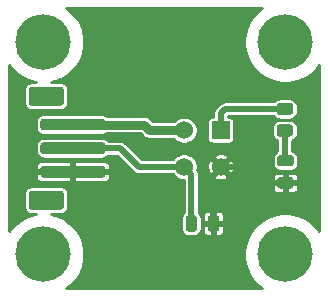
<source format=gbr>
G04 #@! TF.GenerationSoftware,KiCad,Pcbnew,5.1.9*
G04 #@! TF.CreationDate,2021-01-10T12:08:52+01:00*
G04 #@! TF.ProjectId,detectorHolder,64657465-6374-46f7-9248-6f6c6465722e,rev?*
G04 #@! TF.SameCoordinates,Original*
G04 #@! TF.FileFunction,Copper,L1,Top*
G04 #@! TF.FilePolarity,Positive*
%FSLAX46Y46*%
G04 Gerber Fmt 4.6, Leading zero omitted, Abs format (unit mm)*
G04 Created by KiCad (PCBNEW 5.1.9) date 2021-01-10 12:08:52*
%MOMM*%
%LPD*%
G01*
G04 APERTURE LIST*
G04 #@! TA.AperFunction,ComponentPad*
%ADD10C,4.700000*%
G04 #@! TD*
G04 #@! TA.AperFunction,ComponentPad*
%ADD11C,1.524000*%
G04 #@! TD*
G04 #@! TA.AperFunction,ComponentPad*
%ADD12R,1.500000X1.500000*%
G04 #@! TD*
G04 #@! TA.AperFunction,ViaPad*
%ADD13C,0.800000*%
G04 #@! TD*
G04 #@! TA.AperFunction,Conductor*
%ADD14C,0.500000*%
G04 #@! TD*
G04 #@! TA.AperFunction,Conductor*
%ADD15C,0.750000*%
G04 #@! TD*
G04 #@! TA.AperFunction,Conductor*
%ADD16C,0.254000*%
G04 #@! TD*
G04 #@! TA.AperFunction,Conductor*
%ADD17C,0.100000*%
G04 #@! TD*
G04 APERTURE END LIST*
G04 #@! TA.AperFunction,SMDPad,CuDef*
G36*
G01*
X125418002Y-100543000D02*
X124517998Y-100543000D01*
G75*
G02*
X124268000Y-100293002I0J249998D01*
G01*
X124268000Y-99767998D01*
G75*
G02*
X124517998Y-99518000I249998J0D01*
G01*
X125418002Y-99518000D01*
G75*
G02*
X125668000Y-99767998I0J-249998D01*
G01*
X125668000Y-100293002D01*
G75*
G02*
X125418002Y-100543000I-249998J0D01*
G01*
G37*
G04 #@! TD.AperFunction*
G04 #@! TA.AperFunction,SMDPad,CuDef*
G36*
G01*
X125418002Y-102368000D02*
X124517998Y-102368000D01*
G75*
G02*
X124268000Y-102118002I0J249998D01*
G01*
X124268000Y-101592998D01*
G75*
G02*
X124517998Y-101343000I249998J0D01*
G01*
X125418002Y-101343000D01*
G75*
G02*
X125668000Y-101592998I0J-249998D01*
G01*
X125668000Y-102118002D01*
G75*
G02*
X125418002Y-102368000I-249998J0D01*
G01*
G37*
G04 #@! TD.AperFunction*
G04 #@! TA.AperFunction,SMDPad,CuDef*
G36*
G01*
X125469250Y-104903000D02*
X124556750Y-104903000D01*
G75*
G02*
X124313000Y-104659250I0J243750D01*
G01*
X124313000Y-104171750D01*
G75*
G02*
X124556750Y-103928000I243750J0D01*
G01*
X125469250Y-103928000D01*
G75*
G02*
X125713000Y-104171750I0J-243750D01*
G01*
X125713000Y-104659250D01*
G75*
G02*
X125469250Y-104903000I-243750J0D01*
G01*
G37*
G04 #@! TD.AperFunction*
G04 #@! TA.AperFunction,SMDPad,CuDef*
G36*
G01*
X125469250Y-106778000D02*
X124556750Y-106778000D01*
G75*
G02*
X124313000Y-106534250I0J243750D01*
G01*
X124313000Y-106046750D01*
G75*
G02*
X124556750Y-105803000I243750J0D01*
G01*
X125469250Y-105803000D01*
G75*
G02*
X125713000Y-106046750I0J-243750D01*
G01*
X125713000Y-106534250D01*
G75*
G02*
X125469250Y-106778000I-243750J0D01*
G01*
G37*
G04 #@! TD.AperFunction*
G04 #@! TA.AperFunction,SMDPad,CuDef*
G36*
G01*
X106013000Y-99753000D02*
X103513000Y-99753000D01*
G75*
G02*
X103263000Y-99503000I0J250000D01*
G01*
X103263000Y-98403000D01*
G75*
G02*
X103513000Y-98153000I250000J0D01*
G01*
X106013000Y-98153000D01*
G75*
G02*
X106263000Y-98403000I0J-250000D01*
G01*
X106263000Y-99503000D01*
G75*
G02*
X106013000Y-99753000I-250000J0D01*
G01*
G37*
G04 #@! TD.AperFunction*
G04 #@! TA.AperFunction,SMDPad,CuDef*
G36*
G01*
X106013000Y-108553000D02*
X103513000Y-108553000D01*
G75*
G02*
X103263000Y-108303000I0J250000D01*
G01*
X103263000Y-107203000D01*
G75*
G02*
X103513000Y-106953000I250000J0D01*
G01*
X106013000Y-106953000D01*
G75*
G02*
X106263000Y-107203000I0J-250000D01*
G01*
X106263000Y-108303000D01*
G75*
G02*
X106013000Y-108553000I-250000J0D01*
G01*
G37*
G04 #@! TD.AperFunction*
G04 #@! TA.AperFunction,SMDPad,CuDef*
G36*
G01*
X109513000Y-101853000D02*
X104513000Y-101853000D01*
G75*
G02*
X104263000Y-101603000I0J250000D01*
G01*
X104263000Y-101103000D01*
G75*
G02*
X104513000Y-100853000I250000J0D01*
G01*
X109513000Y-100853000D01*
G75*
G02*
X109763000Y-101103000I0J-250000D01*
G01*
X109763000Y-101603000D01*
G75*
G02*
X109513000Y-101853000I-250000J0D01*
G01*
G37*
G04 #@! TD.AperFunction*
G04 #@! TA.AperFunction,SMDPad,CuDef*
G36*
G01*
X109513000Y-103853000D02*
X104513000Y-103853000D01*
G75*
G02*
X104263000Y-103603000I0J250000D01*
G01*
X104263000Y-103103000D01*
G75*
G02*
X104513000Y-102853000I250000J0D01*
G01*
X109513000Y-102853000D01*
G75*
G02*
X109763000Y-103103000I0J-250000D01*
G01*
X109763000Y-103603000D01*
G75*
G02*
X109513000Y-103853000I-250000J0D01*
G01*
G37*
G04 #@! TD.AperFunction*
G04 #@! TA.AperFunction,SMDPad,CuDef*
G36*
G01*
X109513000Y-105853000D02*
X104513000Y-105853000D01*
G75*
G02*
X104263000Y-105603000I0J250000D01*
G01*
X104263000Y-105103000D01*
G75*
G02*
X104513000Y-104853000I250000J0D01*
G01*
X109513000Y-104853000D01*
G75*
G02*
X109763000Y-105103000I0J-250000D01*
G01*
X109763000Y-105603000D01*
G75*
G02*
X109513000Y-105853000I-250000J0D01*
G01*
G37*
G04 #@! TD.AperFunction*
D10*
X125013000Y-112353000D03*
X125013000Y-94353000D03*
X104513000Y-112353000D03*
X104513000Y-94353000D03*
G04 #@! TA.AperFunction,SMDPad,CuDef*
G36*
G01*
X117533000Y-109271750D02*
X117533000Y-110184250D01*
G75*
G02*
X117289250Y-110428000I-243750J0D01*
G01*
X116801750Y-110428000D01*
G75*
G02*
X116558000Y-110184250I0J243750D01*
G01*
X116558000Y-109271750D01*
G75*
G02*
X116801750Y-109028000I243750J0D01*
G01*
X117289250Y-109028000D01*
G75*
G02*
X117533000Y-109271750I0J-243750D01*
G01*
G37*
G04 #@! TD.AperFunction*
G04 #@! TA.AperFunction,SMDPad,CuDef*
G36*
G01*
X119408000Y-109271750D02*
X119408000Y-110184250D01*
G75*
G02*
X119164250Y-110428000I-243750J0D01*
G01*
X118676750Y-110428000D01*
G75*
G02*
X118433000Y-110184250I0J243750D01*
G01*
X118433000Y-109271750D01*
G75*
G02*
X118676750Y-109028000I243750J0D01*
G01*
X119164250Y-109028000D01*
G75*
G02*
X119408000Y-109271750I0J-243750D01*
G01*
G37*
G04 #@! TD.AperFunction*
D11*
X116433000Y-104928000D03*
X116433000Y-101828000D03*
X119533000Y-104928000D03*
D12*
X119533000Y-101828000D03*
D13*
X118999000Y-107315000D03*
D14*
X118999000Y-107315000D02*
X118999000Y-108585000D01*
X118920500Y-108663500D02*
X118920500Y-109728000D01*
X118999000Y-108585000D02*
X118920500Y-108663500D01*
X119533000Y-104928000D02*
X121438000Y-104928000D01*
X117045500Y-105540500D02*
X116433000Y-104928000D01*
X117045500Y-109728000D02*
X117045500Y-105540500D01*
X112588000Y-104928000D02*
X116433000Y-104928000D01*
X111013000Y-103353000D02*
X112588000Y-104928000D01*
X107013000Y-103353000D02*
X111013000Y-103353000D01*
D15*
X107013000Y-101353000D02*
X113013000Y-101353000D01*
X113013000Y-101353000D02*
X113488000Y-101828000D01*
X113488000Y-101828000D02*
X116433000Y-101828000D01*
D14*
X119533000Y-101828000D02*
X119533000Y-100373000D01*
X119875500Y-100030500D02*
X124968000Y-100030500D01*
X119533000Y-100373000D02*
X119875500Y-100030500D01*
X124968000Y-104370500D02*
X125013000Y-104415500D01*
X124968000Y-101855500D02*
X124968000Y-104370500D01*
D16*
X122796542Y-91652238D02*
X122312238Y-92136542D01*
X121931722Y-92706023D01*
X121669619Y-93338796D01*
X121536000Y-94010545D01*
X121536000Y-94695455D01*
X121669619Y-95367204D01*
X121931722Y-95999977D01*
X122312238Y-96569458D01*
X122796542Y-97053762D01*
X123366023Y-97434278D01*
X123998796Y-97696381D01*
X124670545Y-97830000D01*
X125355455Y-97830000D01*
X126027204Y-97696381D01*
X126659977Y-97434278D01*
X127229458Y-97053762D01*
X127713762Y-96569458D01*
X127886000Y-96311686D01*
X127886000Y-110394314D01*
X127713762Y-110136542D01*
X127229458Y-109652238D01*
X126659977Y-109271722D01*
X126027204Y-109009619D01*
X125355455Y-108876000D01*
X124670545Y-108876000D01*
X123998796Y-109009619D01*
X123366023Y-109271722D01*
X122796542Y-109652238D01*
X122312238Y-110136542D01*
X121931722Y-110706023D01*
X121669619Y-111338796D01*
X121536000Y-112010545D01*
X121536000Y-112695455D01*
X121669619Y-113367204D01*
X121931722Y-113999977D01*
X122312238Y-114569458D01*
X122796542Y-115053762D01*
X123054314Y-115226000D01*
X106471686Y-115226000D01*
X106729458Y-115053762D01*
X107213762Y-114569458D01*
X107594278Y-113999977D01*
X107856381Y-113367204D01*
X107990000Y-112695455D01*
X107990000Y-112010545D01*
X107856381Y-111338796D01*
X107594278Y-110706023D01*
X107213762Y-110136542D01*
X106729458Y-109652238D01*
X106159977Y-109271722D01*
X105527204Y-109009619D01*
X105156306Y-108935843D01*
X106013000Y-108935843D01*
X106136462Y-108923683D01*
X106255179Y-108887671D01*
X106364589Y-108829190D01*
X106460488Y-108750488D01*
X106539190Y-108654589D01*
X106597671Y-108545179D01*
X106633683Y-108426462D01*
X106645843Y-108303000D01*
X106645843Y-107203000D01*
X106633683Y-107079538D01*
X106597671Y-106960821D01*
X106539190Y-106851411D01*
X106460488Y-106755512D01*
X106364589Y-106676810D01*
X106255179Y-106618329D01*
X106136462Y-106582317D01*
X106013000Y-106570157D01*
X103513000Y-106570157D01*
X103389538Y-106582317D01*
X103270821Y-106618329D01*
X103161411Y-106676810D01*
X103065512Y-106755512D01*
X102986810Y-106851411D01*
X102928329Y-106960821D01*
X102892317Y-107079538D01*
X102880157Y-107203000D01*
X102880157Y-108303000D01*
X102892317Y-108426462D01*
X102928329Y-108545179D01*
X102986810Y-108654589D01*
X103065512Y-108750488D01*
X103161411Y-108829190D01*
X103270821Y-108887671D01*
X103389538Y-108923683D01*
X103513000Y-108935843D01*
X103869694Y-108935843D01*
X103498796Y-109009619D01*
X102866023Y-109271722D01*
X102296542Y-109652238D01*
X101812238Y-110136542D01*
X101640000Y-110394314D01*
X101640000Y-105853000D01*
X103880157Y-105853000D01*
X103887513Y-105927689D01*
X103909299Y-105999508D01*
X103944678Y-106065696D01*
X103992289Y-106123711D01*
X104050304Y-106171322D01*
X104116492Y-106206701D01*
X104188311Y-106228487D01*
X104263000Y-106235843D01*
X106790750Y-106234000D01*
X106886000Y-106138750D01*
X106886000Y-105480000D01*
X107140000Y-105480000D01*
X107140000Y-106138750D01*
X107235250Y-106234000D01*
X109763000Y-106235843D01*
X109837689Y-106228487D01*
X109909508Y-106206701D01*
X109975696Y-106171322D01*
X110033711Y-106123711D01*
X110081322Y-106065696D01*
X110116701Y-105999508D01*
X110138487Y-105927689D01*
X110145843Y-105853000D01*
X110144000Y-105575250D01*
X110048750Y-105480000D01*
X107140000Y-105480000D01*
X106886000Y-105480000D01*
X103977250Y-105480000D01*
X103882000Y-105575250D01*
X103880157Y-105853000D01*
X101640000Y-105853000D01*
X101640000Y-104853000D01*
X103880157Y-104853000D01*
X103882000Y-105130750D01*
X103977250Y-105226000D01*
X106886000Y-105226000D01*
X106886000Y-104567250D01*
X107140000Y-104567250D01*
X107140000Y-105226000D01*
X110048750Y-105226000D01*
X110144000Y-105130750D01*
X110145843Y-104853000D01*
X110138487Y-104778311D01*
X110116701Y-104706492D01*
X110081322Y-104640304D01*
X110033711Y-104582289D01*
X109975696Y-104534678D01*
X109909508Y-104499299D01*
X109837689Y-104477513D01*
X109763000Y-104470157D01*
X107235250Y-104472000D01*
X107140000Y-104567250D01*
X106886000Y-104567250D01*
X106790750Y-104472000D01*
X104263000Y-104470157D01*
X104188311Y-104477513D01*
X104116492Y-104499299D01*
X104050304Y-104534678D01*
X103992289Y-104582289D01*
X103944678Y-104640304D01*
X103909299Y-104706492D01*
X103887513Y-104778311D01*
X103880157Y-104853000D01*
X101640000Y-104853000D01*
X101640000Y-103103000D01*
X103880157Y-103103000D01*
X103880157Y-103603000D01*
X103892317Y-103726462D01*
X103928329Y-103845179D01*
X103986810Y-103954589D01*
X104065512Y-104050488D01*
X104161411Y-104129190D01*
X104270821Y-104187671D01*
X104389538Y-104223683D01*
X104513000Y-104235843D01*
X109513000Y-104235843D01*
X109636462Y-104223683D01*
X109755179Y-104187671D01*
X109864589Y-104129190D01*
X109960488Y-104050488D01*
X110015053Y-103984000D01*
X110751632Y-103984000D01*
X112119899Y-105352268D01*
X112139657Y-105376343D01*
X112235739Y-105455196D01*
X112345358Y-105513789D01*
X112464302Y-105549870D01*
X112557002Y-105559000D01*
X112557011Y-105559000D01*
X112587999Y-105562052D01*
X112618987Y-105559000D01*
X115479947Y-105559000D01*
X115545174Y-105656620D01*
X115704380Y-105815826D01*
X115891587Y-105940913D01*
X116099599Y-106027075D01*
X116320424Y-106071000D01*
X116414501Y-106071000D01*
X116414500Y-108782873D01*
X116358682Y-108828682D01*
X116280757Y-108923634D01*
X116222854Y-109031963D01*
X116187197Y-109149508D01*
X116175157Y-109271750D01*
X116175157Y-110184250D01*
X116187197Y-110306492D01*
X116222854Y-110424037D01*
X116280757Y-110532366D01*
X116358682Y-110627318D01*
X116453634Y-110705243D01*
X116561963Y-110763146D01*
X116679508Y-110798803D01*
X116801750Y-110810843D01*
X117289250Y-110810843D01*
X117411492Y-110798803D01*
X117529037Y-110763146D01*
X117637366Y-110705243D01*
X117732318Y-110627318D01*
X117810243Y-110532366D01*
X117866027Y-110428000D01*
X118050157Y-110428000D01*
X118057513Y-110502689D01*
X118079299Y-110574508D01*
X118114678Y-110640696D01*
X118162289Y-110698711D01*
X118220304Y-110746322D01*
X118286492Y-110781701D01*
X118358311Y-110803487D01*
X118433000Y-110810843D01*
X118698250Y-110809000D01*
X118793500Y-110713750D01*
X118793500Y-109855000D01*
X119047500Y-109855000D01*
X119047500Y-110713750D01*
X119142750Y-110809000D01*
X119408000Y-110810843D01*
X119482689Y-110803487D01*
X119554508Y-110781701D01*
X119620696Y-110746322D01*
X119678711Y-110698711D01*
X119726322Y-110640696D01*
X119761701Y-110574508D01*
X119783487Y-110502689D01*
X119790843Y-110428000D01*
X119789000Y-109950250D01*
X119693750Y-109855000D01*
X119047500Y-109855000D01*
X118793500Y-109855000D01*
X118147250Y-109855000D01*
X118052000Y-109950250D01*
X118050157Y-110428000D01*
X117866027Y-110428000D01*
X117868146Y-110424037D01*
X117903803Y-110306492D01*
X117915843Y-110184250D01*
X117915843Y-109271750D01*
X117903803Y-109149508D01*
X117868146Y-109031963D01*
X117866028Y-109028000D01*
X118050157Y-109028000D01*
X118052000Y-109505750D01*
X118147250Y-109601000D01*
X118793500Y-109601000D01*
X118793500Y-108742250D01*
X119047500Y-108742250D01*
X119047500Y-109601000D01*
X119693750Y-109601000D01*
X119789000Y-109505750D01*
X119790843Y-109028000D01*
X119783487Y-108953311D01*
X119761701Y-108881492D01*
X119726322Y-108815304D01*
X119678711Y-108757289D01*
X119620696Y-108709678D01*
X119554508Y-108674299D01*
X119482689Y-108652513D01*
X119408000Y-108645157D01*
X119142750Y-108647000D01*
X119047500Y-108742250D01*
X118793500Y-108742250D01*
X118698250Y-108647000D01*
X118433000Y-108645157D01*
X118358311Y-108652513D01*
X118286492Y-108674299D01*
X118220304Y-108709678D01*
X118162289Y-108757289D01*
X118114678Y-108815304D01*
X118079299Y-108881492D01*
X118057513Y-108953311D01*
X118050157Y-109028000D01*
X117866028Y-109028000D01*
X117810243Y-108923634D01*
X117732318Y-108828682D01*
X117676500Y-108782873D01*
X117676500Y-106778000D01*
X123930157Y-106778000D01*
X123937513Y-106852689D01*
X123959299Y-106924508D01*
X123994678Y-106990696D01*
X124042289Y-107048711D01*
X124100304Y-107096322D01*
X124166492Y-107131701D01*
X124238311Y-107153487D01*
X124313000Y-107160843D01*
X124790750Y-107159000D01*
X124886000Y-107063750D01*
X124886000Y-106417500D01*
X125140000Y-106417500D01*
X125140000Y-107063750D01*
X125235250Y-107159000D01*
X125713000Y-107160843D01*
X125787689Y-107153487D01*
X125859508Y-107131701D01*
X125925696Y-107096322D01*
X125983711Y-107048711D01*
X126031322Y-106990696D01*
X126066701Y-106924508D01*
X126088487Y-106852689D01*
X126095843Y-106778000D01*
X126094000Y-106512750D01*
X125998750Y-106417500D01*
X125140000Y-106417500D01*
X124886000Y-106417500D01*
X124027250Y-106417500D01*
X123932000Y-106512750D01*
X123930157Y-106778000D01*
X117676500Y-106778000D01*
X117676500Y-105757150D01*
X118883455Y-105757150D01*
X118964796Y-105926131D01*
X119170439Y-106017803D01*
X119390016Y-106067595D01*
X119615087Y-106073593D01*
X119837004Y-106035566D01*
X120047238Y-105954976D01*
X120101204Y-105926131D01*
X120160474Y-105803000D01*
X123930157Y-105803000D01*
X123932000Y-106068250D01*
X124027250Y-106163500D01*
X124886000Y-106163500D01*
X124886000Y-105517250D01*
X125140000Y-105517250D01*
X125140000Y-106163500D01*
X125998750Y-106163500D01*
X126094000Y-106068250D01*
X126095843Y-105803000D01*
X126088487Y-105728311D01*
X126066701Y-105656492D01*
X126031322Y-105590304D01*
X125983711Y-105532289D01*
X125925696Y-105484678D01*
X125859508Y-105449299D01*
X125787689Y-105427513D01*
X125713000Y-105420157D01*
X125235250Y-105422000D01*
X125140000Y-105517250D01*
X124886000Y-105517250D01*
X124790750Y-105422000D01*
X124313000Y-105420157D01*
X124238311Y-105427513D01*
X124166492Y-105449299D01*
X124100304Y-105484678D01*
X124042289Y-105532289D01*
X123994678Y-105590304D01*
X123959299Y-105656492D01*
X123937513Y-105728311D01*
X123930157Y-105803000D01*
X120160474Y-105803000D01*
X120182545Y-105757150D01*
X119533000Y-105107605D01*
X118883455Y-105757150D01*
X117676500Y-105757150D01*
X117676500Y-105571490D01*
X117679552Y-105540500D01*
X117676500Y-105509509D01*
X117676500Y-105509502D01*
X117667370Y-105416802D01*
X117631289Y-105297858D01*
X117572696Y-105188239D01*
X117566134Y-105180243D01*
X117551714Y-105162672D01*
X117576000Y-105040576D01*
X117576000Y-105010087D01*
X118387407Y-105010087D01*
X118425434Y-105232004D01*
X118506024Y-105442238D01*
X118534869Y-105496204D01*
X118703850Y-105577545D01*
X119353395Y-104928000D01*
X119712605Y-104928000D01*
X120362150Y-105577545D01*
X120531131Y-105496204D01*
X120622803Y-105290561D01*
X120672595Y-105070984D01*
X120678593Y-104845913D01*
X120640566Y-104623996D01*
X120559976Y-104413762D01*
X120531131Y-104359796D01*
X120362150Y-104278455D01*
X119712605Y-104928000D01*
X119353395Y-104928000D01*
X118703850Y-104278455D01*
X118534869Y-104359796D01*
X118443197Y-104565439D01*
X118393405Y-104785016D01*
X118387407Y-105010087D01*
X117576000Y-105010087D01*
X117576000Y-104815424D01*
X117532075Y-104594599D01*
X117445913Y-104386587D01*
X117320826Y-104199380D01*
X117220296Y-104098850D01*
X118883455Y-104098850D01*
X119533000Y-104748395D01*
X120182545Y-104098850D01*
X120101204Y-103929869D01*
X119895561Y-103838197D01*
X119675984Y-103788405D01*
X119450913Y-103782407D01*
X119228996Y-103820434D01*
X119018762Y-103901024D01*
X118964796Y-103929869D01*
X118883455Y-104098850D01*
X117220296Y-104098850D01*
X117161620Y-104040174D01*
X116974413Y-103915087D01*
X116766401Y-103828925D01*
X116545576Y-103785000D01*
X116320424Y-103785000D01*
X116099599Y-103828925D01*
X115891587Y-103915087D01*
X115704380Y-104040174D01*
X115545174Y-104199380D01*
X115479947Y-104297000D01*
X112849369Y-104297000D01*
X111481105Y-102928737D01*
X111461343Y-102904657D01*
X111365261Y-102825804D01*
X111255642Y-102767211D01*
X111136698Y-102731130D01*
X111043998Y-102722000D01*
X111043990Y-102722000D01*
X111013000Y-102718948D01*
X110982010Y-102722000D01*
X110015053Y-102722000D01*
X109960488Y-102655512D01*
X109864589Y-102576810D01*
X109755179Y-102518329D01*
X109636462Y-102482317D01*
X109513000Y-102470157D01*
X104513000Y-102470157D01*
X104389538Y-102482317D01*
X104270821Y-102518329D01*
X104161411Y-102576810D01*
X104065512Y-102655512D01*
X103986810Y-102751411D01*
X103928329Y-102860821D01*
X103892317Y-102979538D01*
X103880157Y-103103000D01*
X101640000Y-103103000D01*
X101640000Y-101103000D01*
X103880157Y-101103000D01*
X103880157Y-101603000D01*
X103892317Y-101726462D01*
X103928329Y-101845179D01*
X103986810Y-101954589D01*
X104065512Y-102050488D01*
X104161411Y-102129190D01*
X104270821Y-102187671D01*
X104389538Y-102223683D01*
X104513000Y-102235843D01*
X109513000Y-102235843D01*
X109636462Y-102223683D01*
X109755179Y-102187671D01*
X109864589Y-102129190D01*
X109889191Y-102109000D01*
X112699856Y-102109000D01*
X112927162Y-102336306D01*
X112950841Y-102365159D01*
X113065957Y-102459632D01*
X113197292Y-102529832D01*
X113285602Y-102556620D01*
X113339797Y-102573060D01*
X113487999Y-102587657D01*
X113525128Y-102584000D01*
X115572554Y-102584000D01*
X115704380Y-102715826D01*
X115891587Y-102840913D01*
X116099599Y-102927075D01*
X116320424Y-102971000D01*
X116545576Y-102971000D01*
X116766401Y-102927075D01*
X116974413Y-102840913D01*
X117161620Y-102715826D01*
X117320826Y-102556620D01*
X117445913Y-102369413D01*
X117532075Y-102161401D01*
X117576000Y-101940576D01*
X117576000Y-101715424D01*
X117532075Y-101494599D01*
X117445913Y-101286587D01*
X117320826Y-101099380D01*
X117299446Y-101078000D01*
X118400157Y-101078000D01*
X118400157Y-102578000D01*
X118407513Y-102652689D01*
X118429299Y-102724508D01*
X118464678Y-102790696D01*
X118512289Y-102848711D01*
X118570304Y-102896322D01*
X118636492Y-102931701D01*
X118708311Y-102953487D01*
X118783000Y-102960843D01*
X120283000Y-102960843D01*
X120357689Y-102953487D01*
X120429508Y-102931701D01*
X120495696Y-102896322D01*
X120553711Y-102848711D01*
X120601322Y-102790696D01*
X120636701Y-102724508D01*
X120658487Y-102652689D01*
X120665843Y-102578000D01*
X120665843Y-101592998D01*
X123885157Y-101592998D01*
X123885157Y-102118002D01*
X123897317Y-102241463D01*
X123933329Y-102360180D01*
X123991810Y-102469590D01*
X124070512Y-102565488D01*
X124166410Y-102644190D01*
X124275820Y-102702671D01*
X124337000Y-102721230D01*
X124337001Y-103586776D01*
X124316963Y-103592854D01*
X124208634Y-103650757D01*
X124113682Y-103728682D01*
X124035757Y-103823634D01*
X123977854Y-103931963D01*
X123942197Y-104049508D01*
X123930157Y-104171750D01*
X123930157Y-104659250D01*
X123942197Y-104781492D01*
X123977854Y-104899037D01*
X124035757Y-105007366D01*
X124113682Y-105102318D01*
X124208634Y-105180243D01*
X124316963Y-105238146D01*
X124434508Y-105273803D01*
X124556750Y-105285843D01*
X125469250Y-105285843D01*
X125591492Y-105273803D01*
X125709037Y-105238146D01*
X125817366Y-105180243D01*
X125912318Y-105102318D01*
X125990243Y-105007366D01*
X126048146Y-104899037D01*
X126083803Y-104781492D01*
X126095843Y-104659250D01*
X126095843Y-104171750D01*
X126083803Y-104049508D01*
X126048146Y-103931963D01*
X125990243Y-103823634D01*
X125912318Y-103728682D01*
X125817366Y-103650757D01*
X125709037Y-103592854D01*
X125599000Y-103559475D01*
X125599000Y-102721230D01*
X125660180Y-102702671D01*
X125769590Y-102644190D01*
X125865488Y-102565488D01*
X125944190Y-102469590D01*
X126002671Y-102360180D01*
X126038683Y-102241463D01*
X126050843Y-102118002D01*
X126050843Y-101592998D01*
X126038683Y-101469537D01*
X126002671Y-101350820D01*
X125944190Y-101241410D01*
X125865488Y-101145512D01*
X125769590Y-101066810D01*
X125660180Y-101008329D01*
X125541463Y-100972317D01*
X125418002Y-100960157D01*
X124517998Y-100960157D01*
X124394537Y-100972317D01*
X124275820Y-101008329D01*
X124166410Y-101066810D01*
X124070512Y-101145512D01*
X123991810Y-101241410D01*
X123933329Y-101350820D01*
X123897317Y-101469537D01*
X123885157Y-101592998D01*
X120665843Y-101592998D01*
X120665843Y-101078000D01*
X120658487Y-101003311D01*
X120636701Y-100931492D01*
X120601322Y-100865304D01*
X120553711Y-100807289D01*
X120495696Y-100759678D01*
X120429508Y-100724299D01*
X120357689Y-100702513D01*
X120283000Y-100695157D01*
X120164000Y-100695157D01*
X120164000Y-100661500D01*
X124005688Y-100661500D01*
X124070512Y-100740488D01*
X124166410Y-100819190D01*
X124275820Y-100877671D01*
X124394537Y-100913683D01*
X124517998Y-100925843D01*
X125418002Y-100925843D01*
X125541463Y-100913683D01*
X125660180Y-100877671D01*
X125769590Y-100819190D01*
X125865488Y-100740488D01*
X125944190Y-100644590D01*
X126002671Y-100535180D01*
X126038683Y-100416463D01*
X126050843Y-100293002D01*
X126050843Y-99767998D01*
X126038683Y-99644537D01*
X126002671Y-99525820D01*
X125944190Y-99416410D01*
X125865488Y-99320512D01*
X125769590Y-99241810D01*
X125660180Y-99183329D01*
X125541463Y-99147317D01*
X125418002Y-99135157D01*
X124517998Y-99135157D01*
X124394537Y-99147317D01*
X124275820Y-99183329D01*
X124166410Y-99241810D01*
X124070512Y-99320512D01*
X124005688Y-99399500D01*
X119906487Y-99399500D01*
X119875499Y-99396448D01*
X119844511Y-99399500D01*
X119844502Y-99399500D01*
X119751802Y-99408630D01*
X119632858Y-99444711D01*
X119523239Y-99503304D01*
X119427157Y-99582157D01*
X119407395Y-99606237D01*
X119108733Y-99904899D01*
X119084658Y-99924657D01*
X119064900Y-99948732D01*
X119064897Y-99948735D01*
X119005804Y-100020740D01*
X118947211Y-100130359D01*
X118911130Y-100249303D01*
X118898948Y-100373000D01*
X118902001Y-100404000D01*
X118902001Y-100695157D01*
X118783000Y-100695157D01*
X118708311Y-100702513D01*
X118636492Y-100724299D01*
X118570304Y-100759678D01*
X118512289Y-100807289D01*
X118464678Y-100865304D01*
X118429299Y-100931492D01*
X118407513Y-101003311D01*
X118400157Y-101078000D01*
X117299446Y-101078000D01*
X117161620Y-100940174D01*
X116974413Y-100815087D01*
X116766401Y-100728925D01*
X116545576Y-100685000D01*
X116320424Y-100685000D01*
X116099599Y-100728925D01*
X115891587Y-100815087D01*
X115704380Y-100940174D01*
X115572554Y-101072000D01*
X113801144Y-101072000D01*
X113573838Y-100844694D01*
X113550159Y-100815841D01*
X113435043Y-100721368D01*
X113303708Y-100651168D01*
X113161202Y-100607940D01*
X113050129Y-100597000D01*
X113013000Y-100593343D01*
X112975871Y-100597000D01*
X109889191Y-100597000D01*
X109864589Y-100576810D01*
X109755179Y-100518329D01*
X109636462Y-100482317D01*
X109513000Y-100470157D01*
X104513000Y-100470157D01*
X104389538Y-100482317D01*
X104270821Y-100518329D01*
X104161411Y-100576810D01*
X104065512Y-100655512D01*
X103986810Y-100751411D01*
X103928329Y-100860821D01*
X103892317Y-100979538D01*
X103880157Y-101103000D01*
X101640000Y-101103000D01*
X101640000Y-96311686D01*
X101812238Y-96569458D01*
X102296542Y-97053762D01*
X102866023Y-97434278D01*
X103498796Y-97696381D01*
X103869694Y-97770157D01*
X103513000Y-97770157D01*
X103389538Y-97782317D01*
X103270821Y-97818329D01*
X103161411Y-97876810D01*
X103065512Y-97955512D01*
X102986810Y-98051411D01*
X102928329Y-98160821D01*
X102892317Y-98279538D01*
X102880157Y-98403000D01*
X102880157Y-99503000D01*
X102892317Y-99626462D01*
X102928329Y-99745179D01*
X102986810Y-99854589D01*
X103065512Y-99950488D01*
X103161411Y-100029190D01*
X103270821Y-100087671D01*
X103389538Y-100123683D01*
X103513000Y-100135843D01*
X106013000Y-100135843D01*
X106136462Y-100123683D01*
X106255179Y-100087671D01*
X106364589Y-100029190D01*
X106460488Y-99950488D01*
X106539190Y-99854589D01*
X106597671Y-99745179D01*
X106633683Y-99626462D01*
X106645843Y-99503000D01*
X106645843Y-98403000D01*
X106633683Y-98279538D01*
X106597671Y-98160821D01*
X106539190Y-98051411D01*
X106460488Y-97955512D01*
X106364589Y-97876810D01*
X106255179Y-97818329D01*
X106136462Y-97782317D01*
X106013000Y-97770157D01*
X105156306Y-97770157D01*
X105527204Y-97696381D01*
X106159977Y-97434278D01*
X106729458Y-97053762D01*
X107213762Y-96569458D01*
X107594278Y-95999977D01*
X107856381Y-95367204D01*
X107990000Y-94695455D01*
X107990000Y-94010545D01*
X107856381Y-93338796D01*
X107594278Y-92706023D01*
X107213762Y-92136542D01*
X106729458Y-91652238D01*
X106471686Y-91480000D01*
X123054314Y-91480000D01*
X122796542Y-91652238D01*
G04 #@! TA.AperFunction,Conductor*
D17*
G36*
X122796542Y-91652238D02*
G01*
X122312238Y-92136542D01*
X121931722Y-92706023D01*
X121669619Y-93338796D01*
X121536000Y-94010545D01*
X121536000Y-94695455D01*
X121669619Y-95367204D01*
X121931722Y-95999977D01*
X122312238Y-96569458D01*
X122796542Y-97053762D01*
X123366023Y-97434278D01*
X123998796Y-97696381D01*
X124670545Y-97830000D01*
X125355455Y-97830000D01*
X126027204Y-97696381D01*
X126659977Y-97434278D01*
X127229458Y-97053762D01*
X127713762Y-96569458D01*
X127886000Y-96311686D01*
X127886000Y-110394314D01*
X127713762Y-110136542D01*
X127229458Y-109652238D01*
X126659977Y-109271722D01*
X126027204Y-109009619D01*
X125355455Y-108876000D01*
X124670545Y-108876000D01*
X123998796Y-109009619D01*
X123366023Y-109271722D01*
X122796542Y-109652238D01*
X122312238Y-110136542D01*
X121931722Y-110706023D01*
X121669619Y-111338796D01*
X121536000Y-112010545D01*
X121536000Y-112695455D01*
X121669619Y-113367204D01*
X121931722Y-113999977D01*
X122312238Y-114569458D01*
X122796542Y-115053762D01*
X123054314Y-115226000D01*
X106471686Y-115226000D01*
X106729458Y-115053762D01*
X107213762Y-114569458D01*
X107594278Y-113999977D01*
X107856381Y-113367204D01*
X107990000Y-112695455D01*
X107990000Y-112010545D01*
X107856381Y-111338796D01*
X107594278Y-110706023D01*
X107213762Y-110136542D01*
X106729458Y-109652238D01*
X106159977Y-109271722D01*
X105527204Y-109009619D01*
X105156306Y-108935843D01*
X106013000Y-108935843D01*
X106136462Y-108923683D01*
X106255179Y-108887671D01*
X106364589Y-108829190D01*
X106460488Y-108750488D01*
X106539190Y-108654589D01*
X106597671Y-108545179D01*
X106633683Y-108426462D01*
X106645843Y-108303000D01*
X106645843Y-107203000D01*
X106633683Y-107079538D01*
X106597671Y-106960821D01*
X106539190Y-106851411D01*
X106460488Y-106755512D01*
X106364589Y-106676810D01*
X106255179Y-106618329D01*
X106136462Y-106582317D01*
X106013000Y-106570157D01*
X103513000Y-106570157D01*
X103389538Y-106582317D01*
X103270821Y-106618329D01*
X103161411Y-106676810D01*
X103065512Y-106755512D01*
X102986810Y-106851411D01*
X102928329Y-106960821D01*
X102892317Y-107079538D01*
X102880157Y-107203000D01*
X102880157Y-108303000D01*
X102892317Y-108426462D01*
X102928329Y-108545179D01*
X102986810Y-108654589D01*
X103065512Y-108750488D01*
X103161411Y-108829190D01*
X103270821Y-108887671D01*
X103389538Y-108923683D01*
X103513000Y-108935843D01*
X103869694Y-108935843D01*
X103498796Y-109009619D01*
X102866023Y-109271722D01*
X102296542Y-109652238D01*
X101812238Y-110136542D01*
X101640000Y-110394314D01*
X101640000Y-105853000D01*
X103880157Y-105853000D01*
X103887513Y-105927689D01*
X103909299Y-105999508D01*
X103944678Y-106065696D01*
X103992289Y-106123711D01*
X104050304Y-106171322D01*
X104116492Y-106206701D01*
X104188311Y-106228487D01*
X104263000Y-106235843D01*
X106790750Y-106234000D01*
X106886000Y-106138750D01*
X106886000Y-105480000D01*
X107140000Y-105480000D01*
X107140000Y-106138750D01*
X107235250Y-106234000D01*
X109763000Y-106235843D01*
X109837689Y-106228487D01*
X109909508Y-106206701D01*
X109975696Y-106171322D01*
X110033711Y-106123711D01*
X110081322Y-106065696D01*
X110116701Y-105999508D01*
X110138487Y-105927689D01*
X110145843Y-105853000D01*
X110144000Y-105575250D01*
X110048750Y-105480000D01*
X107140000Y-105480000D01*
X106886000Y-105480000D01*
X103977250Y-105480000D01*
X103882000Y-105575250D01*
X103880157Y-105853000D01*
X101640000Y-105853000D01*
X101640000Y-104853000D01*
X103880157Y-104853000D01*
X103882000Y-105130750D01*
X103977250Y-105226000D01*
X106886000Y-105226000D01*
X106886000Y-104567250D01*
X107140000Y-104567250D01*
X107140000Y-105226000D01*
X110048750Y-105226000D01*
X110144000Y-105130750D01*
X110145843Y-104853000D01*
X110138487Y-104778311D01*
X110116701Y-104706492D01*
X110081322Y-104640304D01*
X110033711Y-104582289D01*
X109975696Y-104534678D01*
X109909508Y-104499299D01*
X109837689Y-104477513D01*
X109763000Y-104470157D01*
X107235250Y-104472000D01*
X107140000Y-104567250D01*
X106886000Y-104567250D01*
X106790750Y-104472000D01*
X104263000Y-104470157D01*
X104188311Y-104477513D01*
X104116492Y-104499299D01*
X104050304Y-104534678D01*
X103992289Y-104582289D01*
X103944678Y-104640304D01*
X103909299Y-104706492D01*
X103887513Y-104778311D01*
X103880157Y-104853000D01*
X101640000Y-104853000D01*
X101640000Y-103103000D01*
X103880157Y-103103000D01*
X103880157Y-103603000D01*
X103892317Y-103726462D01*
X103928329Y-103845179D01*
X103986810Y-103954589D01*
X104065512Y-104050488D01*
X104161411Y-104129190D01*
X104270821Y-104187671D01*
X104389538Y-104223683D01*
X104513000Y-104235843D01*
X109513000Y-104235843D01*
X109636462Y-104223683D01*
X109755179Y-104187671D01*
X109864589Y-104129190D01*
X109960488Y-104050488D01*
X110015053Y-103984000D01*
X110751632Y-103984000D01*
X112119899Y-105352268D01*
X112139657Y-105376343D01*
X112235739Y-105455196D01*
X112345358Y-105513789D01*
X112464302Y-105549870D01*
X112557002Y-105559000D01*
X112557011Y-105559000D01*
X112587999Y-105562052D01*
X112618987Y-105559000D01*
X115479947Y-105559000D01*
X115545174Y-105656620D01*
X115704380Y-105815826D01*
X115891587Y-105940913D01*
X116099599Y-106027075D01*
X116320424Y-106071000D01*
X116414501Y-106071000D01*
X116414500Y-108782873D01*
X116358682Y-108828682D01*
X116280757Y-108923634D01*
X116222854Y-109031963D01*
X116187197Y-109149508D01*
X116175157Y-109271750D01*
X116175157Y-110184250D01*
X116187197Y-110306492D01*
X116222854Y-110424037D01*
X116280757Y-110532366D01*
X116358682Y-110627318D01*
X116453634Y-110705243D01*
X116561963Y-110763146D01*
X116679508Y-110798803D01*
X116801750Y-110810843D01*
X117289250Y-110810843D01*
X117411492Y-110798803D01*
X117529037Y-110763146D01*
X117637366Y-110705243D01*
X117732318Y-110627318D01*
X117810243Y-110532366D01*
X117866027Y-110428000D01*
X118050157Y-110428000D01*
X118057513Y-110502689D01*
X118079299Y-110574508D01*
X118114678Y-110640696D01*
X118162289Y-110698711D01*
X118220304Y-110746322D01*
X118286492Y-110781701D01*
X118358311Y-110803487D01*
X118433000Y-110810843D01*
X118698250Y-110809000D01*
X118793500Y-110713750D01*
X118793500Y-109855000D01*
X119047500Y-109855000D01*
X119047500Y-110713750D01*
X119142750Y-110809000D01*
X119408000Y-110810843D01*
X119482689Y-110803487D01*
X119554508Y-110781701D01*
X119620696Y-110746322D01*
X119678711Y-110698711D01*
X119726322Y-110640696D01*
X119761701Y-110574508D01*
X119783487Y-110502689D01*
X119790843Y-110428000D01*
X119789000Y-109950250D01*
X119693750Y-109855000D01*
X119047500Y-109855000D01*
X118793500Y-109855000D01*
X118147250Y-109855000D01*
X118052000Y-109950250D01*
X118050157Y-110428000D01*
X117866027Y-110428000D01*
X117868146Y-110424037D01*
X117903803Y-110306492D01*
X117915843Y-110184250D01*
X117915843Y-109271750D01*
X117903803Y-109149508D01*
X117868146Y-109031963D01*
X117866028Y-109028000D01*
X118050157Y-109028000D01*
X118052000Y-109505750D01*
X118147250Y-109601000D01*
X118793500Y-109601000D01*
X118793500Y-108742250D01*
X119047500Y-108742250D01*
X119047500Y-109601000D01*
X119693750Y-109601000D01*
X119789000Y-109505750D01*
X119790843Y-109028000D01*
X119783487Y-108953311D01*
X119761701Y-108881492D01*
X119726322Y-108815304D01*
X119678711Y-108757289D01*
X119620696Y-108709678D01*
X119554508Y-108674299D01*
X119482689Y-108652513D01*
X119408000Y-108645157D01*
X119142750Y-108647000D01*
X119047500Y-108742250D01*
X118793500Y-108742250D01*
X118698250Y-108647000D01*
X118433000Y-108645157D01*
X118358311Y-108652513D01*
X118286492Y-108674299D01*
X118220304Y-108709678D01*
X118162289Y-108757289D01*
X118114678Y-108815304D01*
X118079299Y-108881492D01*
X118057513Y-108953311D01*
X118050157Y-109028000D01*
X117866028Y-109028000D01*
X117810243Y-108923634D01*
X117732318Y-108828682D01*
X117676500Y-108782873D01*
X117676500Y-106778000D01*
X123930157Y-106778000D01*
X123937513Y-106852689D01*
X123959299Y-106924508D01*
X123994678Y-106990696D01*
X124042289Y-107048711D01*
X124100304Y-107096322D01*
X124166492Y-107131701D01*
X124238311Y-107153487D01*
X124313000Y-107160843D01*
X124790750Y-107159000D01*
X124886000Y-107063750D01*
X124886000Y-106417500D01*
X125140000Y-106417500D01*
X125140000Y-107063750D01*
X125235250Y-107159000D01*
X125713000Y-107160843D01*
X125787689Y-107153487D01*
X125859508Y-107131701D01*
X125925696Y-107096322D01*
X125983711Y-107048711D01*
X126031322Y-106990696D01*
X126066701Y-106924508D01*
X126088487Y-106852689D01*
X126095843Y-106778000D01*
X126094000Y-106512750D01*
X125998750Y-106417500D01*
X125140000Y-106417500D01*
X124886000Y-106417500D01*
X124027250Y-106417500D01*
X123932000Y-106512750D01*
X123930157Y-106778000D01*
X117676500Y-106778000D01*
X117676500Y-105757150D01*
X118883455Y-105757150D01*
X118964796Y-105926131D01*
X119170439Y-106017803D01*
X119390016Y-106067595D01*
X119615087Y-106073593D01*
X119837004Y-106035566D01*
X120047238Y-105954976D01*
X120101204Y-105926131D01*
X120160474Y-105803000D01*
X123930157Y-105803000D01*
X123932000Y-106068250D01*
X124027250Y-106163500D01*
X124886000Y-106163500D01*
X124886000Y-105517250D01*
X125140000Y-105517250D01*
X125140000Y-106163500D01*
X125998750Y-106163500D01*
X126094000Y-106068250D01*
X126095843Y-105803000D01*
X126088487Y-105728311D01*
X126066701Y-105656492D01*
X126031322Y-105590304D01*
X125983711Y-105532289D01*
X125925696Y-105484678D01*
X125859508Y-105449299D01*
X125787689Y-105427513D01*
X125713000Y-105420157D01*
X125235250Y-105422000D01*
X125140000Y-105517250D01*
X124886000Y-105517250D01*
X124790750Y-105422000D01*
X124313000Y-105420157D01*
X124238311Y-105427513D01*
X124166492Y-105449299D01*
X124100304Y-105484678D01*
X124042289Y-105532289D01*
X123994678Y-105590304D01*
X123959299Y-105656492D01*
X123937513Y-105728311D01*
X123930157Y-105803000D01*
X120160474Y-105803000D01*
X120182545Y-105757150D01*
X119533000Y-105107605D01*
X118883455Y-105757150D01*
X117676500Y-105757150D01*
X117676500Y-105571490D01*
X117679552Y-105540500D01*
X117676500Y-105509509D01*
X117676500Y-105509502D01*
X117667370Y-105416802D01*
X117631289Y-105297858D01*
X117572696Y-105188239D01*
X117566134Y-105180243D01*
X117551714Y-105162672D01*
X117576000Y-105040576D01*
X117576000Y-105010087D01*
X118387407Y-105010087D01*
X118425434Y-105232004D01*
X118506024Y-105442238D01*
X118534869Y-105496204D01*
X118703850Y-105577545D01*
X119353395Y-104928000D01*
X119712605Y-104928000D01*
X120362150Y-105577545D01*
X120531131Y-105496204D01*
X120622803Y-105290561D01*
X120672595Y-105070984D01*
X120678593Y-104845913D01*
X120640566Y-104623996D01*
X120559976Y-104413762D01*
X120531131Y-104359796D01*
X120362150Y-104278455D01*
X119712605Y-104928000D01*
X119353395Y-104928000D01*
X118703850Y-104278455D01*
X118534869Y-104359796D01*
X118443197Y-104565439D01*
X118393405Y-104785016D01*
X118387407Y-105010087D01*
X117576000Y-105010087D01*
X117576000Y-104815424D01*
X117532075Y-104594599D01*
X117445913Y-104386587D01*
X117320826Y-104199380D01*
X117220296Y-104098850D01*
X118883455Y-104098850D01*
X119533000Y-104748395D01*
X120182545Y-104098850D01*
X120101204Y-103929869D01*
X119895561Y-103838197D01*
X119675984Y-103788405D01*
X119450913Y-103782407D01*
X119228996Y-103820434D01*
X119018762Y-103901024D01*
X118964796Y-103929869D01*
X118883455Y-104098850D01*
X117220296Y-104098850D01*
X117161620Y-104040174D01*
X116974413Y-103915087D01*
X116766401Y-103828925D01*
X116545576Y-103785000D01*
X116320424Y-103785000D01*
X116099599Y-103828925D01*
X115891587Y-103915087D01*
X115704380Y-104040174D01*
X115545174Y-104199380D01*
X115479947Y-104297000D01*
X112849369Y-104297000D01*
X111481105Y-102928737D01*
X111461343Y-102904657D01*
X111365261Y-102825804D01*
X111255642Y-102767211D01*
X111136698Y-102731130D01*
X111043998Y-102722000D01*
X111043990Y-102722000D01*
X111013000Y-102718948D01*
X110982010Y-102722000D01*
X110015053Y-102722000D01*
X109960488Y-102655512D01*
X109864589Y-102576810D01*
X109755179Y-102518329D01*
X109636462Y-102482317D01*
X109513000Y-102470157D01*
X104513000Y-102470157D01*
X104389538Y-102482317D01*
X104270821Y-102518329D01*
X104161411Y-102576810D01*
X104065512Y-102655512D01*
X103986810Y-102751411D01*
X103928329Y-102860821D01*
X103892317Y-102979538D01*
X103880157Y-103103000D01*
X101640000Y-103103000D01*
X101640000Y-101103000D01*
X103880157Y-101103000D01*
X103880157Y-101603000D01*
X103892317Y-101726462D01*
X103928329Y-101845179D01*
X103986810Y-101954589D01*
X104065512Y-102050488D01*
X104161411Y-102129190D01*
X104270821Y-102187671D01*
X104389538Y-102223683D01*
X104513000Y-102235843D01*
X109513000Y-102235843D01*
X109636462Y-102223683D01*
X109755179Y-102187671D01*
X109864589Y-102129190D01*
X109889191Y-102109000D01*
X112699856Y-102109000D01*
X112927162Y-102336306D01*
X112950841Y-102365159D01*
X113065957Y-102459632D01*
X113197292Y-102529832D01*
X113285602Y-102556620D01*
X113339797Y-102573060D01*
X113487999Y-102587657D01*
X113525128Y-102584000D01*
X115572554Y-102584000D01*
X115704380Y-102715826D01*
X115891587Y-102840913D01*
X116099599Y-102927075D01*
X116320424Y-102971000D01*
X116545576Y-102971000D01*
X116766401Y-102927075D01*
X116974413Y-102840913D01*
X117161620Y-102715826D01*
X117320826Y-102556620D01*
X117445913Y-102369413D01*
X117532075Y-102161401D01*
X117576000Y-101940576D01*
X117576000Y-101715424D01*
X117532075Y-101494599D01*
X117445913Y-101286587D01*
X117320826Y-101099380D01*
X117299446Y-101078000D01*
X118400157Y-101078000D01*
X118400157Y-102578000D01*
X118407513Y-102652689D01*
X118429299Y-102724508D01*
X118464678Y-102790696D01*
X118512289Y-102848711D01*
X118570304Y-102896322D01*
X118636492Y-102931701D01*
X118708311Y-102953487D01*
X118783000Y-102960843D01*
X120283000Y-102960843D01*
X120357689Y-102953487D01*
X120429508Y-102931701D01*
X120495696Y-102896322D01*
X120553711Y-102848711D01*
X120601322Y-102790696D01*
X120636701Y-102724508D01*
X120658487Y-102652689D01*
X120665843Y-102578000D01*
X120665843Y-101592998D01*
X123885157Y-101592998D01*
X123885157Y-102118002D01*
X123897317Y-102241463D01*
X123933329Y-102360180D01*
X123991810Y-102469590D01*
X124070512Y-102565488D01*
X124166410Y-102644190D01*
X124275820Y-102702671D01*
X124337000Y-102721230D01*
X124337001Y-103586776D01*
X124316963Y-103592854D01*
X124208634Y-103650757D01*
X124113682Y-103728682D01*
X124035757Y-103823634D01*
X123977854Y-103931963D01*
X123942197Y-104049508D01*
X123930157Y-104171750D01*
X123930157Y-104659250D01*
X123942197Y-104781492D01*
X123977854Y-104899037D01*
X124035757Y-105007366D01*
X124113682Y-105102318D01*
X124208634Y-105180243D01*
X124316963Y-105238146D01*
X124434508Y-105273803D01*
X124556750Y-105285843D01*
X125469250Y-105285843D01*
X125591492Y-105273803D01*
X125709037Y-105238146D01*
X125817366Y-105180243D01*
X125912318Y-105102318D01*
X125990243Y-105007366D01*
X126048146Y-104899037D01*
X126083803Y-104781492D01*
X126095843Y-104659250D01*
X126095843Y-104171750D01*
X126083803Y-104049508D01*
X126048146Y-103931963D01*
X125990243Y-103823634D01*
X125912318Y-103728682D01*
X125817366Y-103650757D01*
X125709037Y-103592854D01*
X125599000Y-103559475D01*
X125599000Y-102721230D01*
X125660180Y-102702671D01*
X125769590Y-102644190D01*
X125865488Y-102565488D01*
X125944190Y-102469590D01*
X126002671Y-102360180D01*
X126038683Y-102241463D01*
X126050843Y-102118002D01*
X126050843Y-101592998D01*
X126038683Y-101469537D01*
X126002671Y-101350820D01*
X125944190Y-101241410D01*
X125865488Y-101145512D01*
X125769590Y-101066810D01*
X125660180Y-101008329D01*
X125541463Y-100972317D01*
X125418002Y-100960157D01*
X124517998Y-100960157D01*
X124394537Y-100972317D01*
X124275820Y-101008329D01*
X124166410Y-101066810D01*
X124070512Y-101145512D01*
X123991810Y-101241410D01*
X123933329Y-101350820D01*
X123897317Y-101469537D01*
X123885157Y-101592998D01*
X120665843Y-101592998D01*
X120665843Y-101078000D01*
X120658487Y-101003311D01*
X120636701Y-100931492D01*
X120601322Y-100865304D01*
X120553711Y-100807289D01*
X120495696Y-100759678D01*
X120429508Y-100724299D01*
X120357689Y-100702513D01*
X120283000Y-100695157D01*
X120164000Y-100695157D01*
X120164000Y-100661500D01*
X124005688Y-100661500D01*
X124070512Y-100740488D01*
X124166410Y-100819190D01*
X124275820Y-100877671D01*
X124394537Y-100913683D01*
X124517998Y-100925843D01*
X125418002Y-100925843D01*
X125541463Y-100913683D01*
X125660180Y-100877671D01*
X125769590Y-100819190D01*
X125865488Y-100740488D01*
X125944190Y-100644590D01*
X126002671Y-100535180D01*
X126038683Y-100416463D01*
X126050843Y-100293002D01*
X126050843Y-99767998D01*
X126038683Y-99644537D01*
X126002671Y-99525820D01*
X125944190Y-99416410D01*
X125865488Y-99320512D01*
X125769590Y-99241810D01*
X125660180Y-99183329D01*
X125541463Y-99147317D01*
X125418002Y-99135157D01*
X124517998Y-99135157D01*
X124394537Y-99147317D01*
X124275820Y-99183329D01*
X124166410Y-99241810D01*
X124070512Y-99320512D01*
X124005688Y-99399500D01*
X119906487Y-99399500D01*
X119875499Y-99396448D01*
X119844511Y-99399500D01*
X119844502Y-99399500D01*
X119751802Y-99408630D01*
X119632858Y-99444711D01*
X119523239Y-99503304D01*
X119427157Y-99582157D01*
X119407395Y-99606237D01*
X119108733Y-99904899D01*
X119084658Y-99924657D01*
X119064900Y-99948732D01*
X119064897Y-99948735D01*
X119005804Y-100020740D01*
X118947211Y-100130359D01*
X118911130Y-100249303D01*
X118898948Y-100373000D01*
X118902001Y-100404000D01*
X118902001Y-100695157D01*
X118783000Y-100695157D01*
X118708311Y-100702513D01*
X118636492Y-100724299D01*
X118570304Y-100759678D01*
X118512289Y-100807289D01*
X118464678Y-100865304D01*
X118429299Y-100931492D01*
X118407513Y-101003311D01*
X118400157Y-101078000D01*
X117299446Y-101078000D01*
X117161620Y-100940174D01*
X116974413Y-100815087D01*
X116766401Y-100728925D01*
X116545576Y-100685000D01*
X116320424Y-100685000D01*
X116099599Y-100728925D01*
X115891587Y-100815087D01*
X115704380Y-100940174D01*
X115572554Y-101072000D01*
X113801144Y-101072000D01*
X113573838Y-100844694D01*
X113550159Y-100815841D01*
X113435043Y-100721368D01*
X113303708Y-100651168D01*
X113161202Y-100607940D01*
X113050129Y-100597000D01*
X113013000Y-100593343D01*
X112975871Y-100597000D01*
X109889191Y-100597000D01*
X109864589Y-100576810D01*
X109755179Y-100518329D01*
X109636462Y-100482317D01*
X109513000Y-100470157D01*
X104513000Y-100470157D01*
X104389538Y-100482317D01*
X104270821Y-100518329D01*
X104161411Y-100576810D01*
X104065512Y-100655512D01*
X103986810Y-100751411D01*
X103928329Y-100860821D01*
X103892317Y-100979538D01*
X103880157Y-101103000D01*
X101640000Y-101103000D01*
X101640000Y-96311686D01*
X101812238Y-96569458D01*
X102296542Y-97053762D01*
X102866023Y-97434278D01*
X103498796Y-97696381D01*
X103869694Y-97770157D01*
X103513000Y-97770157D01*
X103389538Y-97782317D01*
X103270821Y-97818329D01*
X103161411Y-97876810D01*
X103065512Y-97955512D01*
X102986810Y-98051411D01*
X102928329Y-98160821D01*
X102892317Y-98279538D01*
X102880157Y-98403000D01*
X102880157Y-99503000D01*
X102892317Y-99626462D01*
X102928329Y-99745179D01*
X102986810Y-99854589D01*
X103065512Y-99950488D01*
X103161411Y-100029190D01*
X103270821Y-100087671D01*
X103389538Y-100123683D01*
X103513000Y-100135843D01*
X106013000Y-100135843D01*
X106136462Y-100123683D01*
X106255179Y-100087671D01*
X106364589Y-100029190D01*
X106460488Y-99950488D01*
X106539190Y-99854589D01*
X106597671Y-99745179D01*
X106633683Y-99626462D01*
X106645843Y-99503000D01*
X106645843Y-98403000D01*
X106633683Y-98279538D01*
X106597671Y-98160821D01*
X106539190Y-98051411D01*
X106460488Y-97955512D01*
X106364589Y-97876810D01*
X106255179Y-97818329D01*
X106136462Y-97782317D01*
X106013000Y-97770157D01*
X105156306Y-97770157D01*
X105527204Y-97696381D01*
X106159977Y-97434278D01*
X106729458Y-97053762D01*
X107213762Y-96569458D01*
X107594278Y-95999977D01*
X107856381Y-95367204D01*
X107990000Y-94695455D01*
X107990000Y-94010545D01*
X107856381Y-93338796D01*
X107594278Y-92706023D01*
X107213762Y-92136542D01*
X106729458Y-91652238D01*
X106471686Y-91480000D01*
X123054314Y-91480000D01*
X122796542Y-91652238D01*
G37*
G04 #@! TD.AperFunction*
M02*

</source>
